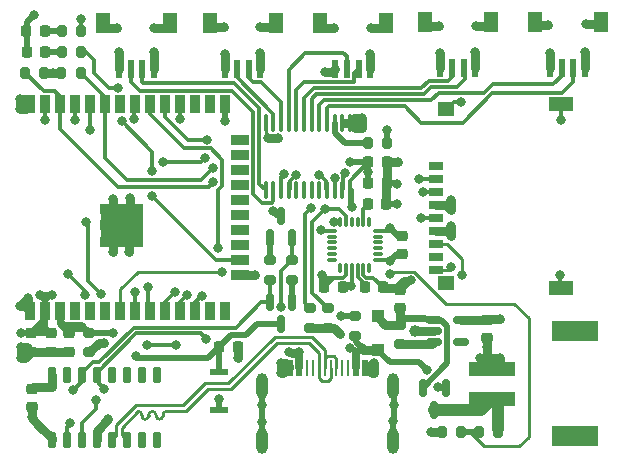
<source format=gbr>
%TF.GenerationSoftware,KiCad,Pcbnew,6.0.10-2.fc37*%
%TF.CreationDate,2023-04-26T13:00:43+02:00*%
%TF.ProjectId,motherboard,6d6f7468-6572-4626-9f61-72642e6b6963,rev?*%
%TF.SameCoordinates,Original*%
%TF.FileFunction,Copper,L1,Top*%
%TF.FilePolarity,Positive*%
%FSLAX46Y46*%
G04 Gerber Fmt 4.6, Leading zero omitted, Abs format (unit mm)*
G04 Created by KiCad (PCBNEW 6.0.10-2.fc37) date 2023-04-26 13:00:43*
%MOMM*%
%LPD*%
G01*
G04 APERTURE LIST*
G04 Aperture macros list*
%AMRoundRect*
0 Rectangle with rounded corners*
0 $1 Rounding radius*
0 $2 $3 $4 $5 $6 $7 $8 $9 X,Y pos of 4 corners*
0 Add a 4 corners polygon primitive as box body*
4,1,4,$2,$3,$4,$5,$6,$7,$8,$9,$2,$3,0*
0 Add four circle primitives for the rounded corners*
1,1,$1+$1,$2,$3*
1,1,$1+$1,$4,$5*
1,1,$1+$1,$6,$7*
1,1,$1+$1,$8,$9*
0 Add four rect primitives between the rounded corners*
20,1,$1+$1,$2,$3,$4,$5,0*
20,1,$1+$1,$4,$5,$6,$7,0*
20,1,$1+$1,$6,$7,$8,$9,0*
20,1,$1+$1,$8,$9,$2,$3,0*%
G04 Aperture macros list end*
%TA.AperFunction,SMDPad,CuDef*%
%ADD10R,0.250000X1.450000*%
%TD*%
%TA.AperFunction,SMDPad,CuDef*%
%ADD11R,0.300000X1.450000*%
%TD*%
%TA.AperFunction,ComponentPad*%
%ADD12RoundRect,0.500000X0.000000X-0.600000X0.000000X-0.600000X0.000000X0.600000X0.000000X0.600000X0*%
%TD*%
%TA.AperFunction,SMDPad,CuDef*%
%ADD13RoundRect,0.200000X0.200000X0.275000X-0.200000X0.275000X-0.200000X-0.275000X0.200000X-0.275000X0*%
%TD*%
%TA.AperFunction,SMDPad,CuDef*%
%ADD14RoundRect,0.200000X0.275000X-0.200000X0.275000X0.200000X-0.275000X0.200000X-0.275000X-0.200000X0*%
%TD*%
%TA.AperFunction,SMDPad,CuDef*%
%ADD15R,0.600000X1.550000*%
%TD*%
%TA.AperFunction,SMDPad,CuDef*%
%ADD16R,1.200000X1.800000*%
%TD*%
%TA.AperFunction,SMDPad,CuDef*%
%ADD17RoundRect,0.200000X-0.200000X-0.275000X0.200000X-0.275000X0.200000X0.275000X-0.200000X0.275000X0*%
%TD*%
%TA.AperFunction,SMDPad,CuDef*%
%ADD18RoundRect,0.150000X-0.150000X0.587500X-0.150000X-0.587500X0.150000X-0.587500X0.150000X0.587500X0*%
%TD*%
%TA.AperFunction,SMDPad,CuDef*%
%ADD19RoundRect,0.150000X-0.512500X-0.150000X0.512500X-0.150000X0.512500X0.150000X-0.512500X0.150000X0*%
%TD*%
%TA.AperFunction,SMDPad,CuDef*%
%ADD20RoundRect,0.225000X-0.250000X0.225000X-0.250000X-0.225000X0.250000X-0.225000X0.250000X0.225000X0*%
%TD*%
%TA.AperFunction,SMDPad,CuDef*%
%ADD21RoundRect,0.225000X-0.225000X-0.250000X0.225000X-0.250000X0.225000X0.250000X-0.225000X0.250000X0*%
%TD*%
%TA.AperFunction,SMDPad,CuDef*%
%ADD22R,4.000000X1.300000*%
%TD*%
%TA.AperFunction,SMDPad,CuDef*%
%ADD23R,3.900000X1.800000*%
%TD*%
%TA.AperFunction,SMDPad,CuDef*%
%ADD24RoundRect,0.200000X-0.275000X0.200000X-0.275000X-0.200000X0.275000X-0.200000X0.275000X0.200000X0*%
%TD*%
%TA.AperFunction,SMDPad,CuDef*%
%ADD25RoundRect,0.218750X-0.218750X-0.256250X0.218750X-0.256250X0.218750X0.256250X-0.218750X0.256250X0*%
%TD*%
%TA.AperFunction,SMDPad,CuDef*%
%ADD26RoundRect,0.075000X-0.350000X-0.075000X0.350000X-0.075000X0.350000X0.075000X-0.350000X0.075000X0*%
%TD*%
%TA.AperFunction,SMDPad,CuDef*%
%ADD27RoundRect,0.075000X0.075000X-0.350000X0.075000X0.350000X-0.075000X0.350000X-0.075000X-0.350000X0*%
%TD*%
%TA.AperFunction,SMDPad,CuDef*%
%ADD28R,1.500000X0.550000*%
%TD*%
%TA.AperFunction,SMDPad,CuDef*%
%ADD29RoundRect,0.049600X0.260400X-0.605400X0.260400X0.605400X-0.260400X0.605400X-0.260400X-0.605400X0*%
%TD*%
%TA.AperFunction,SMDPad,CuDef*%
%ADD30RoundRect,0.225000X0.250000X-0.225000X0.250000X0.225000X-0.250000X0.225000X-0.250000X-0.225000X0*%
%TD*%
%TA.AperFunction,SMDPad,CuDef*%
%ADD31RoundRect,0.150000X0.150000X-0.587500X0.150000X0.587500X-0.150000X0.587500X-0.150000X-0.587500X0*%
%TD*%
%TA.AperFunction,SMDPad,CuDef*%
%ADD32RoundRect,0.100000X-0.100000X0.637500X-0.100000X-0.637500X0.100000X-0.637500X0.100000X0.637500X0*%
%TD*%
%TA.AperFunction,SMDPad,CuDef*%
%ADD33RoundRect,0.225000X0.225000X0.250000X-0.225000X0.250000X-0.225000X-0.250000X0.225000X-0.250000X0*%
%TD*%
%TA.AperFunction,SMDPad,CuDef*%
%ADD34R,1.100000X1.100000*%
%TD*%
%TA.AperFunction,SMDPad,CuDef*%
%ADD35R,0.900000X1.500000*%
%TD*%
%TA.AperFunction,SMDPad,CuDef*%
%ADD36R,1.500000X0.900000*%
%TD*%
%TA.AperFunction,SMDPad,CuDef*%
%ADD37R,0.900000X0.900000*%
%TD*%
%TA.AperFunction,SMDPad,CuDef*%
%ADD38R,1.300000X0.700000*%
%TD*%
%TA.AperFunction,SMDPad,CuDef*%
%ADD39R,1.400000X1.200000*%
%TD*%
%TA.AperFunction,SMDPad,CuDef*%
%ADD40R,2.000000X1.200000*%
%TD*%
%TA.AperFunction,ViaPad*%
%ADD41C,0.800000*%
%TD*%
%TA.AperFunction,ViaPad*%
%ADD42C,1.000000*%
%TD*%
%TA.AperFunction,Conductor*%
%ADD43C,0.750000*%
%TD*%
%TA.AperFunction,Conductor*%
%ADD44C,0.500000*%
%TD*%
%TA.AperFunction,Conductor*%
%ADD45C,0.300000*%
%TD*%
%TA.AperFunction,Conductor*%
%ADD46C,0.250000*%
%TD*%
%TA.AperFunction,Conductor*%
%ADD47C,1.000000*%
%TD*%
G04 APERTURE END LIST*
D10*
%TO.P,J1,A1,GND*%
%TO.N,GND*%
X144945000Y-109900000D03*
%TO.P,J1,A4,VBUS*%
%TO.N,VBUS*%
X145745000Y-109900000D03*
%TO.P,J1,A5,CC1*%
%TO.N,unconnected-(J1-PadA5)*%
X147070000Y-109900000D03*
%TO.P,J1,A6,D+*%
%TO.N,D+*%
X148070000Y-109900000D03*
%TO.P,J1,A7,D-*%
%TO.N,D-*%
X148570000Y-109900000D03*
%TO.P,J1,A8,SBU1*%
%TO.N,unconnected-(J1-PadA8)*%
X149570000Y-109900000D03*
%TO.P,J1,A9,VBUS*%
%TO.N,VBUS*%
X150895000Y-109900000D03*
%TO.P,J1,A12,GND*%
%TO.N,GND*%
X151695000Y-109900000D03*
D11*
%TO.P,J1,B1,GND*%
X151420000Y-109900000D03*
%TO.P,J1,B4,VBUS*%
%TO.N,VBUS*%
X150620000Y-109900000D03*
D10*
%TO.P,J1,B5,CC2*%
%TO.N,unconnected-(J1-PadB5)*%
X150070000Y-109900000D03*
%TO.P,J1,B6,D+*%
%TO.N,D+*%
X149070000Y-109900000D03*
%TO.P,J1,B7,D-*%
%TO.N,D-*%
X147570000Y-109900000D03*
%TO.P,J1,B8,SBU2*%
%TO.N,unconnected-(J1-PadB8)*%
X146570000Y-109900000D03*
D11*
%TO.P,J1,B9,VBUS*%
%TO.N,VBUS*%
X146020000Y-109900000D03*
%TO.P,J1,B12,GND*%
%TO.N,GND*%
X145220000Y-109900000D03*
D12*
%TO.P,J1,S1,SHIELD*%
X142740000Y-111360000D03*
X153900000Y-116040000D03*
X142740000Y-116030000D03*
X153900000Y-111360000D03*
%TD*%
D13*
%TO.P,R9,1*%
%TO.N,IO35*%
X159635000Y-115310000D03*
%TO.P,R9,2*%
%TO.N,GND*%
X157985000Y-115310000D03*
%TD*%
D14*
%TO.P,R2,2*%
%TO.N,GND*%
X150670000Y-105475000D03*
%TO.P,R2,1*%
%TO.N,VBUS*%
X150670000Y-107125000D03*
%TD*%
D13*
%TO.P,R10,1*%
%TO.N,IO33*%
X127465000Y-81360000D03*
%TO.P,R10,2*%
%TO.N,Net-(D3-Pad2)*%
X125815000Y-81360000D03*
%TD*%
D14*
%TO.P,R13,1*%
%TO.N,+3V3*%
X146850000Y-106445000D03*
%TO.P,R13,2*%
%TO.N,Onboard_SDA*%
X146850000Y-104795000D03*
%TD*%
D15*
%TO.P,J3,1,1*%
%TO.N,+3V3*%
X170140000Y-84460000D03*
%TO.P,J3,2,2*%
%TO.N,Sense1_SDA*%
X169140000Y-84460000D03*
%TO.P,J3,3,3*%
%TO.N,Sense1_SCL*%
X168140000Y-84460000D03*
%TO.P,J3,4,4*%
%TO.N,GND*%
X167140000Y-84460000D03*
D16*
%TO.P,J3,S1,SHIELD*%
X171440000Y-80585000D03*
%TO.P,J3,S2,SHIELD*%
X165840000Y-80585000D03*
%TD*%
D17*
%TO.P,R12,1*%
%TO.N,+3V3*%
X125790000Y-84860000D03*
%TO.P,R12,2*%
%TO.N,I2C1_SDA*%
X127440000Y-84860000D03*
%TD*%
D18*
%TO.P,Q1,1,G*%
%TO.N,VBUS*%
X158310000Y-111532500D03*
%TO.P,Q1,2,S*%
%TO.N,Net-(C3-Pad1)*%
X156410000Y-111532500D03*
%TO.P,Q1,3,D*%
%TO.N,+3V8*%
X157360000Y-113407500D03*
%TD*%
D14*
%TO.P,R5,1*%
%TO.N,Net-(R5-Pad1)*%
X154470000Y-107835000D03*
%TO.P,R5,2*%
%TO.N,Net-(C3-Pad1)*%
X154470000Y-106185000D03*
%TD*%
D19*
%TO.P,U2,1,VIN*%
%TO.N,Net-(C3-Pad1)*%
X157332500Y-105770000D03*
%TO.P,U2,2,GND*%
%TO.N,GND*%
X157332500Y-106720000D03*
%TO.P,U2,3,EN*%
%TO.N,Net-(R5-Pad1)*%
X157332500Y-107670000D03*
%TO.P,U2,4,NC*%
%TO.N,unconnected-(U2-Pad4)*%
X159607500Y-107670000D03*
%TO.P,U2,5,VOUT*%
%TO.N,+3V3*%
X159607500Y-105770000D03*
%TD*%
D13*
%TO.P,R11,1*%
%TO.N,+3V3*%
X124335000Y-84850000D03*
%TO.P,R11,2*%
%TO.N,I2C1_SCL*%
X122685000Y-84850000D03*
%TD*%
D20*
%TO.P,C4,1*%
%TO.N,+3V3*%
X161800000Y-105760000D03*
%TO.P,C4,2*%
%TO.N,GND*%
X161800000Y-107310000D03*
%TD*%
%TO.P,C5,1*%
%TO.N,+3V3*%
X123255000Y-111605000D03*
%TO.P,C5,2*%
%TO.N,GND*%
X123255000Y-113155000D03*
%TD*%
D21*
%TO.P,C14,1*%
%TO.N,Net-(C14-Pad1)*%
X151730000Y-95990000D03*
%TO.P,C14,2*%
%TO.N,GND*%
X153280000Y-95990000D03*
%TD*%
D15*
%TO.P,J4,1,1*%
%TO.N,+3V3*%
X160840000Y-84460000D03*
%TO.P,J4,2,2*%
%TO.N,Sense2_SDA*%
X159840000Y-84460000D03*
%TO.P,J4,3,3*%
%TO.N,Sense2_SCL*%
X158840000Y-84460000D03*
%TO.P,J4,4,4*%
%TO.N,GND*%
X157840000Y-84460000D03*
D16*
%TO.P,J4,S1,SHIELD*%
X162140000Y-80585000D03*
%TO.P,J4,S2,SHIELD*%
X156540000Y-80585000D03*
%TD*%
D21*
%TO.P,C9,1*%
%TO.N,+3V3*%
X151770000Y-92450000D03*
%TO.P,C9,2*%
%TO.N,GND*%
X153320000Y-92450000D03*
%TD*%
D22*
%TO.P,J8,1,Pin_1*%
%TO.N,+3V8*%
X162240000Y-112460000D03*
%TO.P,J8,2,Pin_2*%
%TO.N,GND*%
X162240000Y-109960000D03*
D23*
%TO.P,J8,3*%
%TO.N,N/C*%
X169290000Y-115660000D03*
%TO.P,J8,4*%
X169290000Y-106760000D03*
%TD*%
D24*
%TO.P,R4,1*%
%TO.N,DTR*%
X145330000Y-100740000D03*
%TO.P,R4,2*%
%TO.N,Net-(Q3-Pad1)*%
X145330000Y-102390000D03*
%TD*%
D20*
%TO.P,C7,2*%
%TO.N,GND*%
X124890000Y-108485000D03*
%TO.P,C7,1*%
%TO.N,+3V3*%
X124890000Y-106935000D03*
%TD*%
D18*
%TO.P,Q3,1,B*%
%TO.N,Net-(Q3-Pad1)*%
X145330000Y-104272500D03*
%TO.P,Q3,2,E*%
%TO.N,RTS*%
X143430000Y-104272500D03*
%TO.P,Q3,3,C*%
%TO.N,EN*%
X144380000Y-106147500D03*
%TD*%
D14*
%TO.P,R1,1*%
%TO.N,+3V3*%
X128140000Y-108535000D03*
%TO.P,R1,2*%
%TO.N,EN*%
X128140000Y-106885000D03*
%TD*%
D25*
%TO.P,D3,1,K*%
%TO.N,GND*%
X122822500Y-81350000D03*
%TO.P,D3,2,A*%
%TO.N,Net-(D3-Pad2)*%
X124397500Y-81350000D03*
%TD*%
D26*
%TO.P,U5,1,CLKIN*%
%TO.N,GND*%
X148655000Y-98240000D03*
%TO.P,U5,2*%
%TO.N,N/C*%
X148655000Y-98740000D03*
%TO.P,U5,3*%
X148655000Y-99240000D03*
%TO.P,U5,4*%
X148655000Y-99740000D03*
%TO.P,U5,5*%
X148655000Y-100240000D03*
%TO.P,U5,6,AUX_SDA*%
%TO.N,unconnected-(U5-Pad6)*%
X148655000Y-100740000D03*
D27*
%TO.P,U5,7,AUX_SCL*%
%TO.N,unconnected-(U5-Pad7)*%
X149355000Y-101440000D03*
%TO.P,U5,8,VDDIO*%
%TO.N,+3V3*%
X149855000Y-101440000D03*
%TO.P,U5,9,AD0*%
%TO.N,GND*%
X150355000Y-101440000D03*
%TO.P,U5,10,REGOUT*%
%TO.N,Net-(C13-Pad1)*%
X150855000Y-101440000D03*
%TO.P,U5,11,FSYNC*%
%TO.N,GND*%
X151355000Y-101440000D03*
%TO.P,U5,12,INT*%
%TO.N,unconnected-(U5-Pad12)*%
X151855000Y-101440000D03*
D26*
%TO.P,U5,13,VDD*%
%TO.N,+3V3*%
X152555000Y-100740000D03*
%TO.P,U5,14*%
%TO.N,N/C*%
X152555000Y-100240000D03*
%TO.P,U5,15*%
X152555000Y-99740000D03*
%TO.P,U5,16*%
X152555000Y-99240000D03*
%TO.P,U5,17*%
X152555000Y-98740000D03*
%TO.P,U5,18,GND*%
%TO.N,GND*%
X152555000Y-98240000D03*
D27*
%TO.P,U5,19*%
%TO.N,N/C*%
X151855000Y-97540000D03*
%TO.P,U5,20,CPOUT*%
%TO.N,Net-(C14-Pad1)*%
X151355000Y-97540000D03*
%TO.P,U5,21*%
%TO.N,N/C*%
X150855000Y-97540000D03*
%TO.P,U5,22*%
X150355000Y-97540000D03*
%TO.P,U5,23,SCL*%
%TO.N,Onboard_SCL*%
X149855000Y-97540000D03*
%TO.P,U5,24,SDA*%
%TO.N,Onboard_SDA*%
X149355000Y-97540000D03*
%TD*%
D28*
%TO.P,S1,1*%
%TO.N,GND*%
X139140000Y-113460000D03*
%TO.P,S1,2*%
%TO.N,EN*%
X139140000Y-110210000D03*
%TD*%
D25*
%TO.P,D2,1,K*%
%TO.N,GND*%
X122860000Y-83100000D03*
%TO.P,D2,2,A*%
%TO.N,Net-(D2-Pad2)*%
X124435000Y-83100000D03*
%TD*%
D13*
%TO.P,R6,1*%
%TO.N,IO13*%
X127465000Y-83110000D03*
%TO.P,R6,2*%
%TO.N,Net-(D2-Pad2)*%
X125815000Y-83110000D03*
%TD*%
D29*
%TO.P,U3,1,GND*%
%TO.N,GND*%
X124945000Y-115960000D03*
%TO.P,U3,2,TXD*%
%TO.N,PROG_TX*%
X126215000Y-115960000D03*
%TO.P,U3,3,RXD*%
%TO.N,PROG_RX*%
X127485000Y-115960000D03*
%TO.P,U3,4,V3*%
%TO.N,+3V3*%
X128755000Y-115960000D03*
%TO.P,U3,5,UD+*%
%TO.N,D+*%
X130025000Y-115960000D03*
%TO.P,U3,6,UD-*%
%TO.N,D-*%
X131295000Y-115960000D03*
%TO.P,U3,7,NC.*%
%TO.N,unconnected-(U3-Pad7)*%
X132565000Y-115960000D03*
%TO.P,U3,8,~{OUT}*%
%TO.N,unconnected-(U3-Pad8)*%
X133835000Y-115960000D03*
%TO.P,U3,9,~{CTS}*%
%TO.N,unconnected-(U3-Pad9)*%
X133835000Y-110460000D03*
%TO.P,U3,10,~{DSR}*%
%TO.N,unconnected-(U3-Pad10)*%
X132565000Y-110460000D03*
%TO.P,U3,11,~{RI}*%
%TO.N,unconnected-(U3-Pad11)*%
X131295000Y-110460000D03*
%TO.P,U3,12,~{DCD}*%
%TO.N,unconnected-(U3-Pad12)*%
X130025000Y-110460000D03*
%TO.P,U3,13,~{DTR}*%
%TO.N,DTR*%
X128755000Y-110460000D03*
%TO.P,U3,14,~{RTS}*%
%TO.N,RTS*%
X127485000Y-110460000D03*
%TO.P,U3,15,R232*%
%TO.N,unconnected-(U3-Pad15)*%
X126215000Y-110460000D03*
%TO.P,U3,16,VCC*%
%TO.N,+3V3*%
X124945000Y-110460000D03*
%TD*%
D13*
%TO.P,R8,1*%
%TO.N,+3V8*%
X162765000Y-115280000D03*
%TO.P,R8,2*%
%TO.N,IO35*%
X161115000Y-115280000D03*
%TD*%
D30*
%TO.P,C11,1*%
%TO.N,+3V3*%
X154650000Y-100235000D03*
%TO.P,C11,2*%
%TO.N,GND*%
X154650000Y-98685000D03*
%TD*%
D15*
%TO.P,J6,1,1*%
%TO.N,+3V3*%
X142640000Y-84560000D03*
%TO.P,J6,2,2*%
%TO.N,Sense4_SDA*%
X141640000Y-84560000D03*
%TO.P,J6,3,3*%
%TO.N,Sense4_SCL*%
X140640000Y-84560000D03*
%TO.P,J6,4,4*%
%TO.N,GND*%
X139640000Y-84560000D03*
D16*
%TO.P,J6,S1,SHIELD*%
X143940000Y-80685000D03*
%TO.P,J6,S2,SHIELD*%
X138340000Y-80685000D03*
%TD*%
D31*
%TO.P,Q2,1,B*%
%TO.N,Net-(Q2-Pad1)*%
X143440000Y-98897500D03*
%TO.P,Q2,2,E*%
%TO.N,DTR*%
X145340000Y-98897500D03*
%TO.P,Q2,3,C*%
%TO.N,GPIO0*%
X144390000Y-97022500D03*
%TD*%
D20*
%TO.P,C8,2*%
%TO.N,GND*%
X123230000Y-108470000D03*
%TO.P,C8,1*%
%TO.N,+3V3*%
X123230000Y-106920000D03*
%TD*%
D32*
%TO.P,U4,1,A0*%
%TO.N,GND*%
X150215000Y-89097500D03*
%TO.P,U4,2,A1*%
X149565000Y-89097500D03*
%TO.P,U4,3,~{RESET}*%
%TO.N,Net-(R7-Pad2)*%
X148915000Y-89097500D03*
%TO.P,U4,4,SD0*%
%TO.N,Sense1_SDA*%
X148265000Y-89097500D03*
%TO.P,U4,5,SC0*%
%TO.N,Sense1_SCL*%
X147615000Y-89097500D03*
%TO.P,U4,6,SD1*%
%TO.N,Sense2_SDA*%
X146965000Y-89097500D03*
%TO.P,U4,7,SC1*%
%TO.N,Sense2_SCL*%
X146315000Y-89097500D03*
%TO.P,U4,8,SD2*%
%TO.N,Sense3_SDA*%
X145665000Y-89097500D03*
%TO.P,U4,9,SC2*%
%TO.N,Sense3_SCL*%
X145015000Y-89097500D03*
%TO.P,U4,10,SD3*%
%TO.N,Sense4_SDA*%
X144365000Y-89097500D03*
%TO.P,U4,11,SC3*%
%TO.N,Sense4_SCL*%
X143715000Y-89097500D03*
%TO.P,U4,12,GND*%
%TO.N,GND*%
X143065000Y-89097500D03*
%TO.P,U4,13,SD4*%
%TO.N,Sense5_SDA*%
X143065000Y-94822500D03*
%TO.P,U4,14,SC4*%
%TO.N,Sense5_SCL*%
X143715000Y-94822500D03*
%TO.P,U4,15,SD5*%
%TO.N,Onboard_SDA*%
X144365000Y-94822500D03*
%TO.P,U4,16,SC5*%
%TO.N,Onboard_SCL*%
X145015000Y-94822500D03*
%TO.P,U4,17,SD6*%
%TO.N,unconnected-(U4-Pad17)*%
X145665000Y-94822500D03*
%TO.P,U4,18,SC6*%
%TO.N,unconnected-(U4-Pad18)*%
X146315000Y-94822500D03*
%TO.P,U4,19,SD7*%
%TO.N,unconnected-(U4-Pad19)*%
X146965000Y-94822500D03*
%TO.P,U4,20,SC7*%
%TO.N,unconnected-(U4-Pad20)*%
X147615000Y-94822500D03*
%TO.P,U4,21,A2*%
%TO.N,GND*%
X148265000Y-94822500D03*
%TO.P,U4,22,SCL*%
%TO.N,I2C1_SCL*%
X148915000Y-94822500D03*
%TO.P,U4,23,SDA*%
%TO.N,I2C1_SDA*%
X149565000Y-94822500D03*
%TO.P,U4,24,VCC*%
%TO.N,+3V3*%
X150215000Y-94822500D03*
%TD*%
D20*
%TO.P,C2,1*%
%TO.N,EN*%
X126440000Y-106935000D03*
%TO.P,C2,2*%
%TO.N,GND*%
X126440000Y-108485000D03*
%TD*%
D33*
%TO.P,C1,1*%
%TO.N,GND*%
X140695000Y-108070000D03*
%TO.P,C1,2*%
%TO.N,EN*%
X139145000Y-108070000D03*
%TD*%
D21*
%TO.P,C10,1*%
%TO.N,+3V3*%
X151770000Y-94200000D03*
%TO.P,C10,2*%
%TO.N,GND*%
X153320000Y-94200000D03*
%TD*%
%TO.P,C13,1*%
%TO.N,Net-(C13-Pad1)*%
X151475000Y-103040000D03*
%TO.P,C13,2*%
%TO.N,GND*%
X153025000Y-103040000D03*
%TD*%
D13*
%TO.P,R7,2*%
%TO.N,Net-(R7-Pad2)*%
X151725000Y-90840000D03*
%TO.P,R7,1*%
%TO.N,+3V3*%
X153375000Y-90840000D03*
%TD*%
D34*
%TO.P,D1,2,A*%
%TO.N,VBUS*%
X152550000Y-108300000D03*
%TO.P,D1,1,K*%
%TO.N,Net-(C3-Pad1)*%
X152550000Y-105500000D03*
%TD*%
D35*
%TO.P,U1,1,GND*%
%TO.N,GND*%
X123130000Y-105042500D03*
%TO.P,U1,2,3V3*%
%TO.N,+3V3*%
X124400000Y-105042500D03*
%TO.P,U1,3,EN*%
%TO.N,EN*%
X125670000Y-105042500D03*
%TO.P,U1,4,SENSOR_VP*%
%TO.N,unconnected-(U1-Pad4)*%
X126940000Y-105042500D03*
%TO.P,U1,5,SENSOR_VN*%
%TO.N,unconnected-(U1-Pad5)*%
X128210000Y-105042500D03*
%TO.P,U1,6,IO34*%
%TO.N,unconnected-(U1-Pad6)*%
X129480000Y-105042500D03*
%TO.P,U1,7,IO35*%
%TO.N,IO35*%
X130750000Y-105042500D03*
%TO.P,U1,8,IO32*%
%TO.N,IO32*%
X132020000Y-105042500D03*
%TO.P,U1,9,IO33*%
%TO.N,IO33*%
X133290000Y-105042500D03*
%TO.P,U1,10,IO25*%
%TO.N,IO25*%
X134560000Y-105042500D03*
%TO.P,U1,11,IO26*%
%TO.N,IO26*%
X135830000Y-105042500D03*
%TO.P,U1,12,IO27*%
%TO.N,IO27*%
X137100000Y-105042500D03*
%TO.P,U1,13,IO14*%
%TO.N,unconnected-(U1-Pad13)*%
X138370000Y-105042500D03*
%TO.P,U1,14,IO12*%
%TO.N,unconnected-(U1-Pad14)*%
X139640000Y-105042500D03*
D36*
%TO.P,U1,15,GND*%
%TO.N,GND*%
X140890000Y-102007500D03*
%TO.P,U1,16,IO13*%
%TO.N,IO13*%
X140890000Y-100737500D03*
%TO.P,U1,17,NC*%
%TO.N,unconnected-(U1-Pad17)*%
X140890000Y-99467500D03*
%TO.P,U1,18,NC*%
%TO.N,unconnected-(U1-Pad18)*%
X140890000Y-98197500D03*
%TO.P,U1,19,NC*%
%TO.N,unconnected-(U1-Pad19)*%
X140890000Y-96927500D03*
%TO.P,U1,20,NC*%
%TO.N,unconnected-(U1-Pad20)*%
X140890000Y-95657500D03*
%TO.P,U1,21,NC*%
%TO.N,unconnected-(U1-Pad21)*%
X140890000Y-94387500D03*
%TO.P,U1,22,NC*%
%TO.N,unconnected-(U1-Pad22)*%
X140890000Y-93117500D03*
%TO.P,U1,23,IO15*%
%TO.N,unconnected-(U1-Pad23)*%
X140890000Y-91847500D03*
%TO.P,U1,24,IO2*%
%TO.N,unconnected-(U1-Pad24)*%
X140890000Y-90577500D03*
D35*
%TO.P,U1,25,IO0*%
%TO.N,GPIO0*%
X139640000Y-87542500D03*
%TO.P,U1,26,IO4*%
%TO.N,unconnected-(U1-Pad26)*%
X138370000Y-87542500D03*
%TO.P,U1,27,IO16*%
%TO.N,unconnected-(U1-Pad27)*%
X137100000Y-87542500D03*
%TO.P,U1,28,IO17*%
%TO.N,SD_DETECT*%
X135830000Y-87542500D03*
%TO.P,U1,29,IO5*%
%TO.N,CS*%
X134560000Y-87542500D03*
%TO.P,U1,30,IO18*%
%TO.N,SCLK*%
X133290000Y-87542500D03*
%TO.P,U1,31,IO19*%
%TO.N,MISO*%
X132020000Y-87542500D03*
%TO.P,U1,32,NC1*%
%TO.N,unconnected-(U1-Pad32)*%
X130750000Y-87542500D03*
%TO.P,U1,33,IO21*%
%TO.N,I2C1_SDA*%
X129480000Y-87542500D03*
%TO.P,U1,34,RXD0*%
%TO.N,PROG_TX*%
X128210000Y-87542500D03*
%TO.P,U1,35,TXD0*%
%TO.N,PROG_RX*%
X126940000Y-87542500D03*
%TO.P,U1,36,IO22*%
%TO.N,I2C1_SCL*%
X125670000Y-87542500D03*
%TO.P,U1,37,IO23*%
%TO.N,MOSI*%
X124400000Y-87542500D03*
%TO.P,U1,38,GND*%
%TO.N,GND*%
X123130000Y-87542500D03*
D37*
%TO.P,U1,39_1,GND*%
X129450000Y-99192500D03*
%TO.P,U1,39_2,GND*%
X129450000Y-97792500D03*
%TO.P,U1,39_3,GND*%
X129450000Y-96392500D03*
%TO.P,U1,39_4,GND*%
X130850000Y-99192500D03*
%TO.P,U1,39_5,GND*%
X130850000Y-97792500D03*
%TO.P,U1,39_6,GND*%
X130850000Y-96392500D03*
%TO.P,U1,39_7,GND*%
X132250000Y-99192500D03*
%TO.P,U1,39_8,GND*%
X132250000Y-97792500D03*
%TO.P,U1,39_9,GND*%
X132250000Y-96392500D03*
%TD*%
D14*
%TO.P,R3,1*%
%TO.N,RTS*%
X143440000Y-102390000D03*
%TO.P,R3,2*%
%TO.N,Net-(Q2-Pad1)*%
X143440000Y-100740000D03*
%TD*%
D21*
%TO.P,C12,1*%
%TO.N,+3V3*%
X148055000Y-103040000D03*
%TO.P,C12,2*%
%TO.N,GND*%
X149605000Y-103040000D03*
%TD*%
D30*
%TO.P,C3,1*%
%TO.N,Net-(C3-Pad1)*%
X154470000Y-104815000D03*
%TO.P,C3,2*%
%TO.N,GND*%
X154470000Y-103265000D03*
%TD*%
D38*
%TO.P,111,1,1*%
%TO.N,unconnected-(111-Pad1)*%
X157515000Y-92750000D03*
%TO.P,111,2,2*%
%TO.N,CS*%
X157515000Y-93850000D03*
%TO.P,111,3,3*%
%TO.N,MOSI*%
X157515000Y-94950000D03*
%TO.P,111,4,4*%
%TO.N,+3V3*%
X157515000Y-96050000D03*
%TO.P,111,5,5*%
%TO.N,SCLK*%
X157515000Y-97150000D03*
%TO.P,111,6,6*%
%TO.N,GND*%
X157515000Y-98250000D03*
%TO.P,111,7,7*%
%TO.N,MISO*%
X157515000Y-99350000D03*
%TO.P,111,8,8*%
%TO.N,unconnected-(111-Pad8)*%
X157515000Y-100450000D03*
%TO.P,111,CD1,CD1*%
%TO.N,SD_DETECT*%
X157515000Y-101550000D03*
D39*
%TO.P,111,MP1,MP1*%
%TO.N,unconnected-(111-PadMP1)*%
X158365000Y-102650000D03*
D40*
%TO.P,111,MP2,MP2*%
%TO.N,GND*%
X168065000Y-103070000D03*
%TO.P,111,MP3,MP3*%
X168065000Y-87550000D03*
D39*
%TO.P,111,MP4,MP4*%
X158365000Y-87970000D03*
%TD*%
D15*
%TO.P,J7,1,1*%
%TO.N,+3V3*%
X133640000Y-84560000D03*
%TO.P,J7,2,2*%
%TO.N,Sense5_SDA*%
X132640000Y-84560000D03*
%TO.P,J7,3,3*%
%TO.N,Sense5_SCL*%
X131640000Y-84560000D03*
%TO.P,J7,4,4*%
%TO.N,GND*%
X130640000Y-84560000D03*
D16*
%TO.P,J7,S1,SHIELD*%
X134940000Y-80685000D03*
%TO.P,J7,S2,SHIELD*%
X129340000Y-80685000D03*
%TD*%
D14*
%TO.P,R14,1*%
%TO.N,+3V3*%
X148320000Y-106445000D03*
%TO.P,R14,2*%
%TO.N,Onboard_SCL*%
X148320000Y-104795000D03*
%TD*%
D15*
%TO.P,J5,1,1*%
%TO.N,+3V3*%
X151940000Y-84560000D03*
%TO.P,J5,2,2*%
%TO.N,Sense3_SDA*%
X150940000Y-84560000D03*
%TO.P,J5,3,3*%
%TO.N,Sense3_SCL*%
X149940000Y-84560000D03*
%TO.P,J5,4,4*%
%TO.N,GND*%
X148940000Y-84560000D03*
D16*
%TO.P,J5,S1,SHIELD*%
X153240000Y-80685000D03*
%TO.P,J5,S2,SHIELD*%
X147640000Y-80685000D03*
%TD*%
D41*
%TO.N,GND*%
X144100000Y-90420000D03*
%TO.N,+3V3*%
X150223007Y-92420159D03*
X150350000Y-96200000D03*
%TO.N,GND*%
X131530000Y-100040000D03*
X144370000Y-109470000D03*
X130460000Y-81080000D03*
X142740000Y-114410000D03*
X161240000Y-109010000D03*
X153640000Y-98010000D03*
X157790000Y-80950000D03*
X133650000Y-81050000D03*
X152270000Y-109480000D03*
X122300000Y-87100000D03*
X142630000Y-81020000D03*
X148100000Y-84790000D03*
X168100000Y-88830000D03*
X144370000Y-110280000D03*
X139620000Y-83260000D03*
X122340000Y-109010000D03*
X158780000Y-98680000D03*
X122300000Y-87920000D03*
X157830000Y-83190000D03*
X152250000Y-110300000D03*
X153910000Y-113040000D03*
X154240000Y-92420000D03*
X170210000Y-80770000D03*
X122240000Y-104610000D03*
X131590000Y-95510000D03*
X161800000Y-108110000D03*
X158780000Y-97870000D03*
X167980000Y-102000000D03*
X162940000Y-109010000D03*
X123900000Y-114740000D03*
X167130000Y-83210000D03*
X159600000Y-87334500D03*
X130140000Y-100010000D03*
X160920000Y-80910000D03*
X123285000Y-114040000D03*
X155344951Y-102439549D03*
X151220000Y-88730000D03*
X148900000Y-81060000D03*
X150340000Y-102890500D03*
X157090000Y-115320000D03*
X149496401Y-105486476D03*
X153900000Y-114380000D03*
X151210000Y-89540000D03*
X147565087Y-93485500D03*
X154200000Y-95950000D03*
X143264500Y-90420000D03*
X123440000Y-80010000D03*
X130660000Y-83120000D03*
X142140000Y-102010000D03*
X147789500Y-98171422D03*
X122340000Y-108110000D03*
X140740000Y-109010000D03*
X122940000Y-103910000D03*
X139550000Y-81030000D03*
X142740000Y-113010000D03*
X152030000Y-81090000D03*
D42*
X155749528Y-106709500D03*
D41*
X167020000Y-80810000D03*
X139150000Y-112500000D03*
X154195023Y-94254977D03*
X130130000Y-95550000D03*
%TO.N,VBUS*%
X157641938Y-111501938D03*
X150258205Y-108158945D03*
X151200000Y-108200000D03*
X156695562Y-110045562D03*
X145910000Y-108520000D03*
X145070000Y-108510000D03*
%TO.N,CS*%
X138120000Y-90530000D03*
X156050000Y-93840000D03*
%TO.N,MOSI*%
X124420000Y-88840000D03*
X134410500Y-92460000D03*
X156390000Y-94940000D03*
X137976512Y-92109750D03*
%TO.N,+3V3*%
X160840000Y-83110000D03*
X149410000Y-107010000D03*
X129698019Y-114225404D03*
X124950000Y-103670000D03*
X151940000Y-83310000D03*
X142640000Y-83190000D03*
X153617938Y-100833340D03*
X123940000Y-103670000D03*
X151770000Y-93300000D03*
X158780000Y-96470000D03*
X158790000Y-95670000D03*
X162920000Y-105750000D03*
X129391496Y-107734500D03*
X147870000Y-101980000D03*
X122350000Y-106920000D03*
X170140000Y-83110000D03*
X124940000Y-111510000D03*
X125040000Y-84910000D03*
X133630000Y-83140000D03*
X153370000Y-89690000D03*
%TO.N,SCLK*%
X156230000Y-97140000D03*
X139059670Y-99729670D03*
%TO.N,MISO*%
X159740000Y-102010000D03*
X131960000Y-88800000D03*
%TO.N,SD_DETECT*%
X158740000Y-101310000D03*
X135810000Y-88780000D03*
%TO.N,DTR*%
X127850500Y-97500000D03*
X129160000Y-103630000D03*
X138060000Y-107370000D03*
X144380000Y-104729500D03*
X129427045Y-111619826D03*
%TO.N,GPIO0*%
X143690000Y-96610000D03*
X139645000Y-88915000D03*
%TO.N,RTS*%
X127800000Y-103670000D03*
X126354750Y-101890500D03*
X126800000Y-111700000D03*
%TO.N,EN*%
X132080000Y-108840000D03*
X130170000Y-106880000D03*
%TO.N,IO35*%
X139340000Y-101710000D03*
X153630000Y-101870000D03*
%TO.N,IO33*%
X133151470Y-102978530D03*
X127440000Y-80310000D03*
%TO.N,IO25*%
X135375273Y-103432451D03*
%TO.N,IO26*%
X136440000Y-103710000D03*
%TO.N,IO13*%
X130879303Y-88986783D03*
X133440000Y-95310000D03*
X130540000Y-86192998D03*
X133440000Y-93180500D03*
%TO.N,I2C1_SDA*%
X138620000Y-92940000D03*
X149823639Y-93336407D03*
%TO.N,PROG_TX*%
X126530477Y-114530477D03*
X128240000Y-89710000D03*
%TO.N,PROG_RX*%
X126940000Y-88880000D03*
X128680477Y-112600000D03*
%TO.N,I2C1_SCL*%
X138650500Y-94150000D03*
X148915000Y-93752796D03*
%TO.N,Onboard_SDA*%
X144613323Y-93440327D03*
X146931102Y-96318898D03*
X148860000Y-97490500D03*
%TO.N,Onboard_SCL*%
X148130000Y-96420000D03*
X145650000Y-93485500D03*
%TO.N,IO27*%
X137670380Y-103747440D03*
%TO.N,IO32*%
X132050000Y-103460000D03*
X133040000Y-107880000D03*
X135480000Y-107940000D03*
%TD*%
D43*
%TO.N,GND*%
X161240000Y-109010000D02*
X162110000Y-109010000D01*
X162110000Y-109010000D02*
X162940000Y-109010000D01*
X161800000Y-108110000D02*
X161800000Y-108700000D01*
X161800000Y-108700000D02*
X162110000Y-109010000D01*
X161800000Y-108110000D02*
X161800000Y-107310000D01*
%TO.N,+3V3*%
X162920000Y-105750000D02*
X161810000Y-105750000D01*
X161810000Y-105750000D02*
X161800000Y-105760000D01*
X161800000Y-105760000D02*
X159617500Y-105760000D01*
X159617500Y-105760000D02*
X159607500Y-105770000D01*
%TO.N,GND*%
X157332500Y-106720000D02*
X155760028Y-106720000D01*
X155760028Y-106720000D02*
X155749528Y-106709500D01*
%TO.N,Net-(R5-Pad1)*%
X154470000Y-107835000D02*
X157167500Y-107835000D01*
X157167500Y-107835000D02*
X157332500Y-107670000D01*
D44*
%TO.N,Net-(C3-Pad1)*%
X156702500Y-105760000D02*
X157883528Y-105760000D01*
X157883528Y-105760000D02*
X158470000Y-106346472D01*
X158470000Y-106346472D02*
X158470000Y-109472500D01*
X158470000Y-109472500D02*
X156410000Y-111532500D01*
D45*
%TO.N,RTS*%
X127800000Y-103670000D02*
X127800000Y-103335750D01*
X127800000Y-103335750D02*
X126354750Y-101890500D01*
%TO.N,PROG_RX*%
X126940000Y-88880000D02*
X126940000Y-87542500D01*
%TO.N,DTR*%
X129160000Y-103630000D02*
X128070000Y-102540000D01*
X128070000Y-102540000D02*
X128070000Y-97719500D01*
X128070000Y-97719500D02*
X127850500Y-97500000D01*
D43*
%TO.N,Net-(C3-Pad1)*%
X154470000Y-104815000D02*
X154470000Y-106185000D01*
%TO.N,+3V3*%
X146850000Y-106445000D02*
X148845000Y-106445000D01*
X148845000Y-106445000D02*
X149410000Y-107010000D01*
%TO.N,GND*%
X152250000Y-110300000D02*
X152250000Y-109500000D01*
D45*
%TO.N,Onboard_SCL*%
X148130000Y-96420000D02*
X149280000Y-96420000D01*
X149855000Y-96995000D02*
X149855000Y-97540000D01*
X149280000Y-96420000D02*
X149855000Y-96995000D01*
D44*
%TO.N,+3V3*%
X150223007Y-92420159D02*
X150252848Y-92450000D01*
X150252848Y-92450000D02*
X151770000Y-92450000D01*
D46*
%TO.N,GND*%
X143065000Y-89097500D02*
X143065000Y-90220500D01*
X143065000Y-90220500D02*
X143264500Y-90420000D01*
%TO.N,D-*%
X133183554Y-113911665D02*
X133183554Y-113840000D01*
X130910000Y-114913554D02*
X132283554Y-113540000D01*
X130910000Y-115575000D02*
X130910000Y-114913554D01*
X132583600Y-113840000D02*
G75*
G03*
X132283554Y-113540000I-300000J0D01*
G01*
X134683554Y-113539954D02*
G75*
G03*
X134383554Y-113840000I46J-300046D01*
G01*
X133183565Y-113911665D02*
G75*
G02*
X132883554Y-114211665I-299965J-35D01*
G01*
X134383565Y-113911665D02*
G75*
G02*
X134083554Y-114211665I-299965J-35D01*
G01*
X136313554Y-113540000D02*
X138183554Y-111670000D01*
X146756446Y-107760000D02*
X147570000Y-108573554D01*
X134083554Y-114211746D02*
G75*
G02*
X133783554Y-113911665I46J300046D01*
G01*
X132583554Y-113840000D02*
X132583554Y-113911665D01*
X134383554Y-113911665D02*
X134383554Y-113840000D01*
X134683554Y-113540000D02*
X134733554Y-113540000D01*
X133783600Y-113840000D02*
G75*
G03*
X133483554Y-113540000I-300000J0D01*
G01*
X132883554Y-114211746D02*
G75*
G02*
X132583554Y-113911665I46J300046D01*
G01*
X133483554Y-113539954D02*
G75*
G03*
X133183554Y-113840000I46J-300046D01*
G01*
X131295000Y-115960000D02*
X130910000Y-115575000D01*
X133783554Y-113840000D02*
X133783554Y-113911665D01*
X134733554Y-113540000D02*
X136313554Y-113540000D01*
X138183554Y-111670000D02*
X140133554Y-111670000D01*
X140133554Y-111670000D02*
X144043554Y-107760000D01*
X147570000Y-108573554D02*
X147570000Y-109900000D01*
X144043554Y-107760000D02*
X146756446Y-107760000D01*
%TO.N,D+*%
X130410000Y-115575000D02*
X130025000Y-115960000D01*
X130410000Y-114706446D02*
X130410000Y-115575000D01*
X132076446Y-113040000D02*
X130410000Y-114706446D01*
X136106446Y-113040000D02*
X132076446Y-113040000D01*
X137976446Y-111170000D02*
X136106446Y-113040000D01*
X143836446Y-107260000D02*
X139926446Y-111170000D01*
X146963554Y-107260000D02*
X143836446Y-107260000D01*
X148070000Y-109900000D02*
X148070000Y-108366446D01*
X139926446Y-111170000D02*
X137976446Y-111170000D01*
X148070000Y-108366446D02*
X146963554Y-107260000D01*
X149070000Y-109900000D02*
X149070000Y-109090000D01*
X149070000Y-109090000D02*
X148830000Y-108850000D01*
X148830000Y-108850000D02*
X148310000Y-108850000D01*
X148310000Y-108850000D02*
X148070000Y-109090000D01*
X148070000Y-109090000D02*
X148070000Y-109900000D01*
%TO.N,D-*%
X148570000Y-109900000D02*
X148570000Y-110710000D01*
X148570000Y-110710000D02*
X148320000Y-110960000D01*
X148320000Y-110960000D02*
X147820000Y-110960000D01*
X147820000Y-110960000D02*
X147570000Y-110710000D01*
X147570000Y-110710000D02*
X147570000Y-109900000D01*
D43*
%TO.N,GND*%
X144100000Y-90420000D02*
X143264500Y-90420000D01*
D44*
%TO.N,+3V3*%
X150350000Y-96200000D02*
X150265000Y-96115000D01*
X150265000Y-96115000D02*
X150265000Y-94822500D01*
X151770000Y-93300000D02*
X151770000Y-92450000D01*
X151770000Y-94200000D02*
X151770000Y-93300000D01*
D43*
%TO.N,GND*%
X130130000Y-95550000D02*
X130130000Y-96190000D01*
X151210000Y-89540000D02*
X150657500Y-89540000D01*
D44*
X153910000Y-114370000D02*
X153900000Y-114380000D01*
X155750028Y-106710000D02*
X155749528Y-106709500D01*
X153320000Y-94200000D02*
X154140046Y-94200000D01*
D43*
X122300000Y-87100000D02*
X122300000Y-87920000D01*
D44*
X153910000Y-113040000D02*
X153910000Y-114370000D01*
D43*
X161240000Y-109010000D02*
X161290000Y-109010000D01*
X151212500Y-89097500D02*
X151220000Y-89090000D01*
D44*
X153900000Y-116040000D02*
X153900000Y-114380000D01*
D43*
X158780000Y-98680000D02*
X158780000Y-98630000D01*
X151220000Y-89530000D02*
X151210000Y-89540000D01*
D45*
X147565087Y-93485500D02*
X147651896Y-93485500D01*
X152555000Y-98240000D02*
X153410000Y-98240000D01*
X147789500Y-98171422D02*
X147858578Y-98240500D01*
D43*
X144565000Y-110280000D02*
X144945000Y-109900000D01*
X150215000Y-89097500D02*
X149740000Y-89097500D01*
X139620000Y-84540000D02*
X139640000Y-84560000D01*
X153280000Y-94240000D02*
X153320000Y-94200000D01*
D44*
X154180000Y-103040000D02*
X154780451Y-102439549D01*
D43*
X130460000Y-81080000D02*
X129735000Y-81080000D01*
X122300000Y-87100000D02*
X122687500Y-87100000D01*
X161290000Y-109010000D02*
X162240000Y-109960000D01*
D44*
X139150000Y-113450000D02*
X139140000Y-113460000D01*
D43*
X122940000Y-103910000D02*
X122940000Y-104852500D01*
D45*
X151603958Y-102215000D02*
X152200000Y-102215000D01*
D43*
X122240000Y-104610000D02*
X122940000Y-103910000D01*
D45*
X151355000Y-101966042D02*
X151603958Y-102215000D01*
X148165000Y-94722500D02*
X148265000Y-94822500D01*
D43*
X129450000Y-96392500D02*
X132250000Y-99192500D01*
X122940000Y-104852500D02*
X123130000Y-105042500D01*
X134575000Y-81050000D02*
X134940000Y-80685000D01*
D44*
X123440000Y-80010000D02*
X122860000Y-80590000D01*
D43*
X139550000Y-81030000D02*
X138685000Y-81030000D01*
X132250000Y-99192500D02*
X132250000Y-96392500D01*
X148710000Y-84790000D02*
X148940000Y-84560000D01*
X151220000Y-88730000D02*
X151220000Y-89090000D01*
X152105000Y-109490000D02*
X151695000Y-109900000D01*
X167130000Y-84450000D02*
X167140000Y-84460000D01*
X122340000Y-109010000D02*
X122690000Y-109010000D01*
X153320000Y-92450000D02*
X153320000Y-94200000D01*
D45*
X150355000Y-102875500D02*
X150355000Y-101440000D01*
D43*
X157790000Y-80950000D02*
X156905000Y-80950000D01*
X154240000Y-92420000D02*
X153350000Y-92420000D01*
X131530000Y-99280000D02*
X131617500Y-99192500D01*
X130850000Y-96392500D02*
X130850000Y-99192500D01*
D44*
X150670000Y-105475000D02*
X149507877Y-105475000D01*
D43*
X122697500Y-104610000D02*
X123130000Y-105042500D01*
X150215000Y-89097500D02*
X151212500Y-89097500D01*
X140695000Y-108965000D02*
X140740000Y-109010000D01*
X138685000Y-81030000D02*
X138340000Y-80685000D01*
D45*
X159600000Y-87334500D02*
X159000500Y-87334500D01*
D43*
X124945000Y-115960000D02*
X124945000Y-115785000D01*
D44*
X154315000Y-98685000D02*
X153640000Y-98010000D01*
D43*
X122690000Y-109010000D02*
X123230000Y-108470000D01*
X148900000Y-81060000D02*
X148015000Y-81060000D01*
X129450000Y-97792500D02*
X132250000Y-97792500D01*
X171255000Y-80770000D02*
X171440000Y-80585000D01*
X131530000Y-100040000D02*
X131530000Y-99280000D01*
D45*
X151355000Y-101440000D02*
X151355000Y-101966042D01*
D44*
X153025000Y-103040000D02*
X154180000Y-103040000D01*
D43*
X130197500Y-99192500D02*
X131617500Y-99192500D01*
D44*
X139150000Y-112500000D02*
X139150000Y-113450000D01*
X153910000Y-111370000D02*
X153900000Y-111360000D01*
D43*
X129450000Y-96392500D02*
X129450000Y-99192500D01*
X123245000Y-108485000D02*
X123230000Y-108470000D01*
X139620000Y-83260000D02*
X139620000Y-84540000D01*
X150582500Y-88730000D02*
X150215000Y-89097500D01*
X152250000Y-109490000D02*
X152105000Y-109490000D01*
X130140000Y-100010000D02*
X130140000Y-99250000D01*
X153280000Y-95990000D02*
X153280000Y-94240000D01*
X157840000Y-84460000D02*
X157840000Y-83200000D01*
X130140000Y-99250000D02*
X130197500Y-99192500D01*
X144790000Y-109470000D02*
X145020000Y-109700000D01*
X152105000Y-110310000D02*
X151695000Y-109900000D01*
X130660000Y-83120000D02*
X130660000Y-84540000D01*
X153350000Y-92420000D02*
X153320000Y-92450000D01*
X157100000Y-115310000D02*
X157090000Y-115320000D01*
X158780000Y-97870000D02*
X158780000Y-98680000D01*
X152230000Y-109510000D02*
X152250000Y-109490000D01*
X158780000Y-98630000D02*
X158400000Y-98250000D01*
X123255000Y-113155000D02*
X123255000Y-114010000D01*
X143605000Y-81020000D02*
X143940000Y-80685000D01*
X151220000Y-88730000D02*
X150582500Y-88730000D01*
D44*
X154650000Y-98685000D02*
X154315000Y-98685000D01*
D43*
X129450000Y-99192500D02*
X130197500Y-99192500D01*
X148100000Y-84790000D02*
X148710000Y-84790000D01*
D44*
X154140046Y-94200000D02*
X154195023Y-94254977D01*
D43*
X152835000Y-81090000D02*
X153240000Y-80685000D01*
D44*
X142740000Y-113010000D02*
X142740000Y-111360000D01*
D43*
X130850000Y-99192500D02*
X129450000Y-97792500D01*
D44*
X154780451Y-102439549D02*
X155344951Y-102439549D01*
D43*
X131597500Y-96392500D02*
X132250000Y-96392500D01*
X122687500Y-87100000D02*
X123130000Y-87542500D01*
X129735000Y-81080000D02*
X129340000Y-80685000D01*
X140695000Y-108070000D02*
X140695000Y-108965000D01*
D44*
X153910000Y-113040000D02*
X153910000Y-111370000D01*
D43*
X152230000Y-110310000D02*
X152105000Y-110310000D01*
X122300000Y-87920000D02*
X122752500Y-87920000D01*
X145020000Y-109700000D02*
X145020000Y-109900000D01*
X142630000Y-81020000D02*
X143605000Y-81020000D01*
X129450000Y-96392500D02*
X130332500Y-96392500D01*
X123255000Y-114010000D02*
X123285000Y-114040000D01*
X156905000Y-80950000D02*
X156540000Y-80585000D01*
D44*
X150250500Y-102980000D02*
X150340000Y-102890500D01*
D43*
X122240000Y-104610000D02*
X122697500Y-104610000D01*
X130850000Y-96392500D02*
X132250000Y-97792500D01*
X148015000Y-81060000D02*
X147640000Y-80685000D01*
D45*
X147858578Y-98240500D02*
X148655000Y-98240500D01*
D43*
X133650000Y-81050000D02*
X134575000Y-81050000D01*
X170210000Y-80770000D02*
X171255000Y-80770000D01*
X131590000Y-96385000D02*
X131597500Y-96392500D01*
X162940000Y-109010000D02*
X162940000Y-109260000D01*
X157840000Y-83200000D02*
X157830000Y-83190000D01*
X158400000Y-98250000D02*
X158780000Y-97870000D01*
X157985000Y-115310000D02*
X157100000Y-115310000D01*
D45*
X152200000Y-102215000D02*
X153025000Y-103040000D01*
D43*
X123285000Y-114040000D02*
X123285000Y-114125000D01*
D44*
X153320000Y-95950000D02*
X153280000Y-95990000D01*
D43*
X131617500Y-99192500D02*
X132250000Y-99192500D01*
X124945000Y-115785000D02*
X123900000Y-114740000D01*
X129450000Y-97792500D02*
X130850000Y-96392500D01*
D45*
X147651896Y-93485500D02*
X148165000Y-93998604D01*
D44*
X142740000Y-114410000D02*
X142740000Y-113010000D01*
D43*
X131590000Y-95510000D02*
X131590000Y-96385000D01*
X129450000Y-99192500D02*
X132250000Y-96392500D01*
X167020000Y-80810000D02*
X166065000Y-80810000D01*
D45*
X148165000Y-93998604D02*
X148165000Y-94722500D01*
D43*
X152030000Y-81090000D02*
X152835000Y-81090000D01*
X123285000Y-114125000D02*
X123900000Y-114740000D01*
X142140000Y-102010000D02*
X140892500Y-102010000D01*
D45*
X159000500Y-87334500D02*
X158365000Y-87970000D01*
X168065000Y-88795000D02*
X168100000Y-88830000D01*
D43*
X122340000Y-108110000D02*
X122870000Y-108110000D01*
D44*
X154564500Y-103220000D02*
X153025000Y-103220000D01*
D43*
X130130000Y-96190000D02*
X130332500Y-96392500D01*
X122870000Y-108110000D02*
X123230000Y-108470000D01*
X140892500Y-102010000D02*
X140890000Y-102007500D01*
X144370000Y-109470000D02*
X144790000Y-109470000D01*
X144370000Y-110280000D02*
X144565000Y-110280000D01*
D45*
X167980000Y-102985000D02*
X168065000Y-103070000D01*
D44*
X155344951Y-102439549D02*
X154564500Y-103220000D01*
D43*
X167130000Y-83210000D02*
X167130000Y-84450000D01*
X157515000Y-98250000D02*
X158400000Y-98250000D01*
D45*
X167980000Y-102000000D02*
X167980000Y-102985000D01*
X153410000Y-98240000D02*
X153640000Y-98010000D01*
X168065000Y-87550000D02*
X168065000Y-88795000D01*
D43*
X166065000Y-80810000D02*
X165840000Y-80585000D01*
X130332500Y-96392500D02*
X131597500Y-96392500D01*
X161815000Y-80910000D02*
X162140000Y-80585000D01*
X132250000Y-97792500D02*
X130850000Y-99192500D01*
X162940000Y-109260000D02*
X162240000Y-109960000D01*
X151220000Y-89090000D02*
X151220000Y-89530000D01*
D44*
X122860000Y-80590000D02*
X122860000Y-83100000D01*
D43*
X122340000Y-108110000D02*
X122340000Y-109010000D01*
X122752500Y-87920000D02*
X123130000Y-87542500D01*
D44*
X142740000Y-114410000D02*
X142740000Y-116030000D01*
D43*
X126440000Y-108485000D02*
X123245000Y-108485000D01*
X144370000Y-109470000D02*
X144370000Y-110280000D01*
D44*
X154200000Y-95950000D02*
X153320000Y-95950000D01*
D43*
X160920000Y-80910000D02*
X161815000Y-80910000D01*
X150657500Y-89540000D02*
X150215000Y-89097500D01*
D44*
X149605000Y-102980000D02*
X150250500Y-102980000D01*
%TO.N,VBUS*%
X153590000Y-109390000D02*
X152500000Y-108300000D01*
X145845000Y-108750000D02*
X145845000Y-109900000D01*
X145995000Y-108605000D02*
X145995000Y-109900000D01*
X157672500Y-111532500D02*
X157641938Y-111501938D01*
X151200000Y-108200000D02*
X150820000Y-108580000D01*
X145820000Y-108725000D02*
X145845000Y-108750000D01*
X156040000Y-109390000D02*
X153590000Y-109390000D01*
X156695562Y-110045562D02*
X156040000Y-109390000D01*
X145070000Y-108530000D02*
X145265000Y-108725000D01*
X145070000Y-108510000D02*
X145605000Y-108510000D01*
X158310000Y-111532500D02*
X157672500Y-111532500D01*
X150700000Y-107700000D02*
X151200000Y-108200000D01*
X145520000Y-108725000D02*
X145820000Y-108725000D01*
X150645000Y-108365000D02*
X150645000Y-109900000D01*
X145070000Y-108510000D02*
X145070000Y-108530000D01*
D43*
X151300000Y-108300000D02*
X151200000Y-108200000D01*
X152500000Y-108300000D02*
X151300000Y-108300000D01*
D44*
X150820000Y-108580000D02*
X150820000Y-109900000D01*
X145910000Y-108520000D02*
X145995000Y-108605000D01*
X145845000Y-108750000D02*
X145845000Y-109855000D01*
X145605000Y-108510000D02*
X145845000Y-108750000D01*
X145265000Y-108725000D02*
X145520000Y-108725000D01*
X150700000Y-107125000D02*
X150700000Y-107700000D01*
X150645000Y-108710000D02*
X150645000Y-109875000D01*
D45*
%TO.N,CS*%
X138120000Y-90530000D02*
X136499339Y-90530000D01*
X156060000Y-93850000D02*
X156050000Y-93840000D01*
X136499339Y-90530000D02*
X134560000Y-88590661D01*
X157515000Y-93850000D02*
X156060000Y-93850000D01*
X134560000Y-88590661D02*
X134560000Y-87542500D01*
%TO.N,MOSI*%
X157515000Y-94950000D02*
X156400000Y-94950000D01*
X137626262Y-92460000D02*
X134410500Y-92460000D01*
X124420000Y-87562500D02*
X124400000Y-87542500D01*
X124420000Y-88840000D02*
X124420000Y-87562500D01*
X137626262Y-92460000D02*
X137976512Y-92109750D01*
X156400000Y-94950000D02*
X156390000Y-94940000D01*
D44*
%TO.N,+3V3*%
X123230000Y-106920000D02*
X123705000Y-106445000D01*
D45*
X149665000Y-102215000D02*
X148505000Y-102215000D01*
D43*
X124940000Y-111510000D02*
X124945000Y-111505000D01*
D45*
X149855000Y-101440000D02*
X149855000Y-101966041D01*
D44*
X123230000Y-106920000D02*
X122350000Y-106920000D01*
D43*
X129391496Y-107734500D02*
X128940500Y-107734500D01*
X151940000Y-83310000D02*
X151940000Y-84560000D01*
D44*
X124890000Y-106935000D02*
X123245000Y-106935000D01*
X124400000Y-105047500D02*
X124400000Y-106445000D01*
D43*
X129698019Y-114225404D02*
X128755000Y-115168423D01*
X160840000Y-83110000D02*
X160840000Y-84460000D01*
X157515000Y-96050000D02*
X158410000Y-96050000D01*
X133630000Y-83140000D02*
X133630000Y-84550000D01*
X125780000Y-84850000D02*
X125790000Y-84860000D01*
D44*
X124860000Y-103670000D02*
X124400000Y-104130000D01*
D45*
X148105000Y-102215000D02*
X147870000Y-101980000D01*
D43*
X158360000Y-96050000D02*
X157515000Y-96050000D01*
D45*
X149855000Y-102025000D02*
X149665000Y-102215000D01*
D44*
X124400000Y-106445000D02*
X124890000Y-106935000D01*
D45*
X148055000Y-102665000D02*
X148505000Y-102215000D01*
X148055000Y-102165000D02*
X147870000Y-101980000D01*
D43*
X142640000Y-83190000D02*
X142640000Y-84560000D01*
D45*
X149855000Y-101966041D02*
X149606041Y-102215000D01*
X148505000Y-102215000D02*
X148105000Y-102215000D01*
X148055000Y-103040000D02*
X148055000Y-102165000D01*
X150215000Y-94005000D02*
X151770000Y-92450000D01*
D43*
X128755000Y-115168423D02*
X128755000Y-115960000D01*
D44*
X147870000Y-102795000D02*
X148055000Y-102980000D01*
X154650000Y-100235000D02*
X154216278Y-100235000D01*
D45*
X149606041Y-102215000D02*
X148880000Y-102215000D01*
X153524598Y-100740000D02*
X153617938Y-100833340D01*
D44*
X123705000Y-106445000D02*
X124400000Y-106445000D01*
X124950000Y-103670000D02*
X124860000Y-103670000D01*
D45*
X150215000Y-94822500D02*
X150215000Y-94005000D01*
D43*
X124335000Y-84850000D02*
X125780000Y-84850000D01*
X158790000Y-96460000D02*
X158780000Y-96470000D01*
X133630000Y-84550000D02*
X133640000Y-84560000D01*
D44*
X153375000Y-89695000D02*
X153370000Y-89690000D01*
D43*
X128940500Y-107734500D02*
X128140000Y-108535000D01*
D44*
X153375000Y-90840000D02*
X153375000Y-89695000D01*
X124400000Y-104130000D02*
X124400000Y-105042500D01*
D43*
X124945000Y-111505000D02*
X124945000Y-110460000D01*
D44*
X123940000Y-103670000D02*
X124950000Y-103670000D01*
X154216278Y-100235000D02*
X153617938Y-100833340D01*
D43*
X158790000Y-95670000D02*
X158790000Y-96460000D01*
D44*
X124400000Y-105042500D02*
X124400000Y-105750000D01*
X147870000Y-101980000D02*
X147870000Y-102795000D01*
D43*
X158780000Y-96470000D02*
X158360000Y-96050000D01*
D45*
X148880000Y-102215000D02*
X148055000Y-103040000D01*
D43*
X123350000Y-111510000D02*
X123255000Y-111605000D01*
D45*
X148055000Y-103040000D02*
X148055000Y-102665000D01*
D43*
X124940000Y-111510000D02*
X123350000Y-111510000D01*
X158410000Y-96050000D02*
X158790000Y-95670000D01*
D44*
X124400000Y-105750000D02*
X123230000Y-106920000D01*
X123940000Y-103670000D02*
X124400000Y-104130000D01*
D45*
X149855000Y-101440000D02*
X149855000Y-102025000D01*
D43*
X170140000Y-83110000D02*
X170140000Y-84460000D01*
D45*
X152555000Y-100740000D02*
X153524598Y-100740000D01*
%TO.N,SCLK*%
X139040000Y-94821161D02*
X139400500Y-94460661D01*
X139400500Y-94460661D02*
X139400500Y-92249839D01*
X139040000Y-99710000D02*
X139040000Y-94821161D01*
X139400500Y-92249839D02*
X138430661Y-91280000D01*
X139059670Y-99729670D02*
X139040000Y-99710000D01*
X136180000Y-91280000D02*
X133290000Y-88390000D01*
X138430661Y-91280000D02*
X136180000Y-91280000D01*
X133290000Y-88390000D02*
X133290000Y-87542500D01*
X157515000Y-97150000D02*
X156240000Y-97150000D01*
X156240000Y-97150000D02*
X156230000Y-97140000D01*
%TO.N,MISO*%
X131960000Y-88800000D02*
X131960000Y-87602500D01*
D46*
X159740000Y-100675000D02*
X159740000Y-102010000D01*
X158415000Y-99350000D02*
X159740000Y-100675000D01*
D45*
X131960000Y-87602500D02*
X132020000Y-87542500D01*
D46*
X157515000Y-99350000D02*
X158415000Y-99350000D01*
%TO.N,SD_DETECT*%
X157515000Y-101550000D02*
X158500000Y-101550000D01*
D45*
X135810000Y-87562500D02*
X135830000Y-87542500D01*
X135810000Y-88780000D02*
X135810000Y-87562500D01*
D46*
X158500000Y-101550000D02*
X158740000Y-101310000D01*
D44*
%TO.N,Net-(D2-Pad2)*%
X124335000Y-83100000D02*
X125705000Y-83100000D01*
X125705000Y-83100000D02*
X125715000Y-83110000D01*
D43*
%TO.N,Net-(C3-Pad1)*%
X153185000Y-106185000D02*
X154470000Y-106185000D01*
D44*
X154960000Y-105610000D02*
X156552500Y-105610000D01*
X154470000Y-106100000D02*
X154960000Y-105610000D01*
X156652500Y-105710000D02*
X154860000Y-105710000D01*
X156702500Y-105760000D02*
X156652500Y-105710000D01*
D43*
X152500000Y-105500000D02*
X153185000Y-106185000D01*
D44*
X156552500Y-105610000D02*
X156702500Y-105760000D01*
%TO.N,Net-(D3-Pad2)*%
X125705000Y-81350000D02*
X125715000Y-81360000D01*
X124297500Y-81350000D02*
X125705000Y-81350000D01*
%TO.N,Net-(Q2-Pad1)*%
X143440000Y-98897500D02*
X143440000Y-100740000D01*
D45*
%TO.N,DTR*%
X128755000Y-110947781D02*
X128755000Y-110460000D01*
X132114080Y-106940000D02*
X128755000Y-110299080D01*
X144380000Y-101690000D02*
X144380000Y-104729500D01*
X145340000Y-100730000D02*
X145330000Y-100740000D01*
X137630000Y-106940000D02*
X132114080Y-106940000D01*
X145340000Y-98897500D02*
X145340000Y-100730000D01*
X145330000Y-100740000D02*
X144380000Y-101690000D01*
X129427045Y-111619826D02*
X128755000Y-110947781D01*
X138060000Y-107370000D02*
X137630000Y-106940000D01*
D44*
%TO.N,GPIO0*%
X139645000Y-87547500D02*
X139640000Y-87542500D01*
X139645000Y-88915000D02*
X139645000Y-87547500D01*
X144102500Y-97022500D02*
X143690000Y-96610000D01*
X144390000Y-97022500D02*
X144102500Y-97022500D01*
%TO.N,Net-(Q3-Pad1)*%
X145330000Y-102390000D02*
X145330000Y-104272500D01*
D45*
%TO.N,RTS*%
X143430000Y-104272500D02*
X142707500Y-104272500D01*
X142707500Y-104272500D02*
X140540000Y-106440000D01*
X143430000Y-102400000D02*
X143440000Y-102390000D01*
X127485000Y-111015000D02*
X127485000Y-110460000D01*
X129006974Y-109340000D02*
X128444080Y-109340000D01*
X143430000Y-104272500D02*
X143430000Y-102400000D01*
X131906974Y-106440000D02*
X129006974Y-109340000D01*
X126800000Y-111700000D02*
X127485000Y-111015000D01*
X140540000Y-106440000D02*
X131906974Y-106440000D01*
X127485000Y-110299080D02*
X127485000Y-110460000D01*
X128444080Y-109340000D02*
X127485000Y-110299080D01*
D44*
%TO.N,EN*%
X125670000Y-105872500D02*
X126040000Y-106242500D01*
X138185000Y-109030000D02*
X139145000Y-108070000D01*
X132270000Y-109030000D02*
X138185000Y-109030000D01*
X125670000Y-105047500D02*
X125670000Y-106165000D01*
X130165000Y-106885000D02*
X130170000Y-106880000D01*
X127497500Y-106242500D02*
X128140000Y-106885000D01*
X142342500Y-106147500D02*
X141450000Y-107040000D01*
X126795000Y-106580000D02*
X126440000Y-106935000D01*
X126040000Y-106242500D02*
X127497500Y-106242500D01*
X132080000Y-108840000D02*
X132270000Y-109030000D01*
X141450000Y-107040000D02*
X140175000Y-107040000D01*
X128140000Y-106885000D02*
X130165000Y-106885000D01*
X140175000Y-107040000D02*
X139145000Y-108070000D01*
X127835000Y-106580000D02*
X126795000Y-106580000D01*
X139145000Y-110205000D02*
X139140000Y-110210000D01*
X128140000Y-106885000D02*
X127835000Y-106580000D01*
X144380000Y-106147500D02*
X142342500Y-106147500D01*
X125670000Y-106165000D02*
X126440000Y-106935000D01*
X139145000Y-108070000D02*
X139145000Y-110205000D01*
X125670000Y-105042500D02*
X125670000Y-105872500D01*
D46*
%TO.N,IO35*%
X165340000Y-105610000D02*
X165340000Y-115710000D01*
X130750000Y-103220000D02*
X130750000Y-105042500D01*
X155640000Y-101710000D02*
X158340000Y-104410000D01*
D44*
X159635000Y-115310000D02*
X160340000Y-115310000D01*
X161085000Y-115310000D02*
X161115000Y-115280000D01*
D46*
X164540000Y-116510000D02*
X161540000Y-116510000D01*
X165340000Y-115710000D02*
X164540000Y-116510000D01*
X153790000Y-101710000D02*
X155640000Y-101710000D01*
X161540000Y-116510000D02*
X160340000Y-115310000D01*
D44*
X160340000Y-115310000D02*
X161085000Y-115310000D01*
D46*
X130740000Y-103210000D02*
X130750000Y-103220000D01*
X158340000Y-104410000D02*
X164140000Y-104410000D01*
X139340000Y-101710000D02*
X132240000Y-101710000D01*
X132240000Y-101710000D02*
X130740000Y-103210000D01*
X164140000Y-104410000D02*
X165340000Y-105610000D01*
X153630000Y-101870000D02*
X153790000Y-101710000D01*
D45*
%TO.N,IO33*%
X133151470Y-104903970D02*
X133290000Y-105042500D01*
X133151470Y-102978530D02*
X133151470Y-104903970D01*
X127465000Y-81360000D02*
X127465000Y-80335000D01*
X127465000Y-80335000D02*
X127440000Y-80310000D01*
%TO.N,IO25*%
X134560000Y-104247724D02*
X135375273Y-103432451D01*
X134560000Y-105042500D02*
X134560000Y-104247724D01*
%TO.N,IO26*%
X136440000Y-103710000D02*
X135830000Y-104320000D01*
X135830000Y-104320000D02*
X135830000Y-105042500D01*
%TO.N,IO13*%
X133440000Y-91547480D02*
X130879303Y-88986783D01*
X140890000Y-100737500D02*
X138867500Y-100737500D01*
X127840000Y-83110000D02*
X127365000Y-83110000D01*
X130540000Y-86192998D02*
X129822998Y-86192998D01*
X138867500Y-100737500D02*
X133440000Y-95310000D01*
X128540000Y-84910000D02*
X128540000Y-83810000D01*
X133440000Y-93180500D02*
X133440000Y-91547480D01*
X128540000Y-83810000D02*
X127840000Y-83110000D01*
X129822998Y-86192998D02*
X128540000Y-84910000D01*
%TO.N,I2C1_SDA*%
X127440000Y-84860000D02*
X129480000Y-86900000D01*
X149823639Y-93336407D02*
X149665000Y-93495046D01*
X149665000Y-93495046D02*
X149665000Y-94722500D01*
X129480000Y-92090000D02*
X129480000Y-87542500D01*
X131320000Y-93930000D02*
X129480000Y-92090000D01*
X137630000Y-93930000D02*
X138620000Y-92940000D01*
X129480000Y-86900000D02*
X129480000Y-87542500D01*
X149665000Y-94722500D02*
X149565000Y-94822500D01*
X131320000Y-93930000D02*
X137630000Y-93930000D01*
%TO.N,PROG_TX*%
X128240000Y-89710000D02*
X128240000Y-87572500D01*
X128240000Y-87572500D02*
X128210000Y-87542500D01*
X126530477Y-114530477D02*
X126215000Y-114845954D01*
X126215000Y-114845954D02*
X126215000Y-115960000D01*
%TO.N,PROG_RX*%
X128680477Y-113359523D02*
X127485000Y-114555000D01*
X127485000Y-114555000D02*
X127485000Y-115960000D01*
X128680477Y-112600000D02*
X128680477Y-113359523D01*
%TO.N,I2C1_SCL*%
X125200000Y-86442500D02*
X125670000Y-86912500D01*
X124277500Y-86442500D02*
X125200000Y-86442500D01*
X125670000Y-89670000D02*
X125670000Y-87542500D01*
X138250500Y-94550000D02*
X130550000Y-94550000D01*
X148915000Y-93752796D02*
X148915000Y-94822500D01*
X125670000Y-86912500D02*
X125670000Y-87542500D01*
X130550000Y-94550000D02*
X125670000Y-89670000D01*
X122685000Y-84850000D02*
X124277500Y-86442500D01*
X138650500Y-94150000D02*
X138250500Y-94550000D01*
D44*
%TO.N,Net-(R7-Pad2)*%
X149792183Y-90840000D02*
X148915000Y-89962817D01*
X148915000Y-89962817D02*
X148915000Y-89097500D01*
X151725000Y-90840000D02*
X149792183Y-90840000D01*
D45*
%TO.N,Sense1_SDA*%
X168160000Y-86600000D02*
X162247107Y-86600000D01*
X162247107Y-86600000D02*
X159747107Y-89100000D01*
X148265000Y-87867106D02*
X148265000Y-89097500D01*
X159747107Y-89100000D02*
X156260000Y-89100000D01*
X148440000Y-87692106D02*
X148265000Y-87867106D01*
X154852106Y-87692106D02*
X148440000Y-87692106D01*
X156260000Y-89100000D02*
X154852106Y-87692106D01*
X169140000Y-84460000D02*
X169140000Y-85620000D01*
X169140000Y-85620000D02*
X168160000Y-86600000D01*
%TO.N,Sense1_SCL*%
X168140000Y-85110000D02*
X167420000Y-85830000D01*
X162310000Y-85830000D02*
X161555000Y-86585000D01*
X161555000Y-86585000D02*
X157715000Y-86585000D01*
X167420000Y-85830000D02*
X162310000Y-85830000D01*
X157107894Y-87192106D02*
X147997894Y-87192106D01*
X147615000Y-87575000D02*
X147615000Y-89097500D01*
X168140000Y-84460000D02*
X168140000Y-85110000D01*
X157715000Y-86585000D02*
X157107894Y-87192106D01*
X147997894Y-87192106D02*
X147615000Y-87575000D01*
%TO.N,Sense2_SDA*%
X157082106Y-86085000D02*
X156475001Y-86692106D01*
X159840000Y-84460000D02*
X159950000Y-84570000D01*
X150168680Y-86685000D02*
X147359212Y-86685000D01*
X147359212Y-86685000D02*
X146965000Y-87079212D01*
X156475001Y-86692106D02*
X150175786Y-86692106D01*
X146965000Y-87079212D02*
X146965000Y-89097500D01*
X159950000Y-84570000D02*
X159950000Y-85380000D01*
X150175786Y-86692106D02*
X150168680Y-86685000D01*
X159950000Y-85380000D02*
X159245000Y-86085000D01*
X159245000Y-86085000D02*
X157082106Y-86085000D01*
%TO.N,Sense2_SCL*%
X158840000Y-85235000D02*
X158490000Y-85585000D01*
X147152106Y-86185000D02*
X146315000Y-87022106D01*
X156875000Y-85585000D02*
X156267894Y-86192106D01*
X158840000Y-84460000D02*
X158840000Y-85235000D01*
X146315000Y-87022106D02*
X146315000Y-89097500D01*
X158490000Y-85585000D02*
X156875000Y-85585000D01*
X156267894Y-86192106D02*
X150382893Y-86192106D01*
X150382893Y-86192106D02*
X150375787Y-86185000D01*
X150375787Y-86185000D02*
X147152106Y-86185000D01*
%TO.N,Sense3_SDA*%
X150940000Y-84560000D02*
X150590000Y-84910000D01*
X145665000Y-86315000D02*
X145665000Y-89097500D01*
X150582894Y-85685000D02*
X146295000Y-85685000D01*
X150590000Y-84910000D02*
X150590000Y-85692106D01*
X150590000Y-85692106D02*
X150582894Y-85685000D01*
X146295000Y-85685000D02*
X145665000Y-86315000D01*
%TO.N,Sense3_SCL*%
X149940000Y-83485000D02*
X149655000Y-83200000D01*
X149940000Y-84560000D02*
X149940000Y-83485000D01*
X145015000Y-84605000D02*
X145015000Y-89097500D01*
X149655000Y-83200000D02*
X146420000Y-83200000D01*
X146420000Y-83200000D02*
X145015000Y-84605000D01*
%TO.N,Sense4_SDA*%
X141640000Y-85335000D02*
X141990000Y-85685000D01*
X142665000Y-85685000D02*
X144365000Y-87385000D01*
X144365000Y-87385000D02*
X144365000Y-89097500D01*
X141640000Y-84560000D02*
X141640000Y-85335000D01*
X141990000Y-85685000D02*
X142665000Y-85685000D01*
%TO.N,Sense4_SCL*%
X140640000Y-85245000D02*
X143715000Y-88320000D01*
X143715000Y-88320000D02*
X143715000Y-89097500D01*
X140640000Y-84560000D02*
X140640000Y-85245000D01*
%TO.N,Sense5_SDA*%
X132705000Y-85700000D02*
X140387894Y-85700000D01*
X142515000Y-87827106D02*
X142515000Y-94272500D01*
X142515000Y-94272500D02*
X143065000Y-94822500D01*
X132640000Y-84560000D02*
X132640000Y-85635000D01*
X140387894Y-85700000D02*
X142515000Y-87827106D01*
X132640000Y-85635000D02*
X132705000Y-85700000D01*
%TO.N,Sense5_SCL*%
X142778604Y-95910000D02*
X143329339Y-95910000D01*
X143601396Y-95860000D02*
X143715000Y-95746396D01*
X142015000Y-88215000D02*
X142015000Y-95146396D01*
X131640000Y-85635000D02*
X132447500Y-86442500D01*
X143329339Y-95910000D02*
X143379339Y-95860000D01*
X143715000Y-95746396D02*
X143715000Y-94822500D01*
X132447500Y-86442500D02*
X140242500Y-86442500D01*
X142015000Y-95146396D02*
X142778604Y-95910000D01*
X131640000Y-84560000D02*
X131640000Y-85635000D01*
X143379339Y-95860000D02*
X143601396Y-95860000D01*
X140242500Y-86442500D02*
X142015000Y-88215000D01*
%TO.N,Net-(C13-Pad1)*%
X150855000Y-102173148D02*
X151475000Y-102793148D01*
X151475000Y-102793148D02*
X151475000Y-103220000D01*
X150855000Y-101440000D02*
X150855000Y-102173148D01*
%TO.N,Net-(C14-Pad1)*%
X151355000Y-97540000D02*
X151355000Y-96365000D01*
X151355000Y-96365000D02*
X151730000Y-95990000D01*
D47*
%TO.N,+3V8*%
X161292500Y-113407500D02*
X157360000Y-113407500D01*
X162765000Y-112985000D02*
X162240000Y-112460000D01*
X162240000Y-112460000D02*
X161292500Y-113407500D01*
X162765000Y-115010000D02*
X162765000Y-112985000D01*
D45*
%TO.N,Onboard_SDA*%
X146440000Y-104385000D02*
X146850000Y-104795000D01*
X146931102Y-96318898D02*
X146440000Y-96810000D01*
X144365000Y-93688650D02*
X144365000Y-94822500D01*
X144613323Y-93440327D02*
X144365000Y-93688650D01*
X148860000Y-97490500D02*
X149305500Y-97490500D01*
X146440000Y-96810000D02*
X146440000Y-104385000D01*
X149305500Y-97490500D02*
X149355000Y-97540000D01*
%TO.N,Onboard_SCL*%
X145115000Y-93998604D02*
X145115000Y-94722500D01*
X148130000Y-96420000D02*
X147040000Y-97510000D01*
X145628104Y-93485500D02*
X145115000Y-93998604D01*
X147040000Y-103515000D02*
X148320000Y-104795000D01*
X147040000Y-97510000D02*
X147040000Y-103515000D01*
X145115000Y-94722500D02*
X145015000Y-94822500D01*
X145650000Y-93485500D02*
X145628104Y-93485500D01*
%TO.N,IO27*%
X137100000Y-105042500D02*
X137100000Y-104317820D01*
X137100000Y-104317820D02*
X137670380Y-103747440D01*
%TO.N,IO32*%
X133040000Y-107880000D02*
X135420000Y-107880000D01*
X132020000Y-105042500D02*
X132020000Y-103490000D01*
X135420000Y-107880000D02*
X135480000Y-107940000D01*
%TD*%
M02*

</source>
